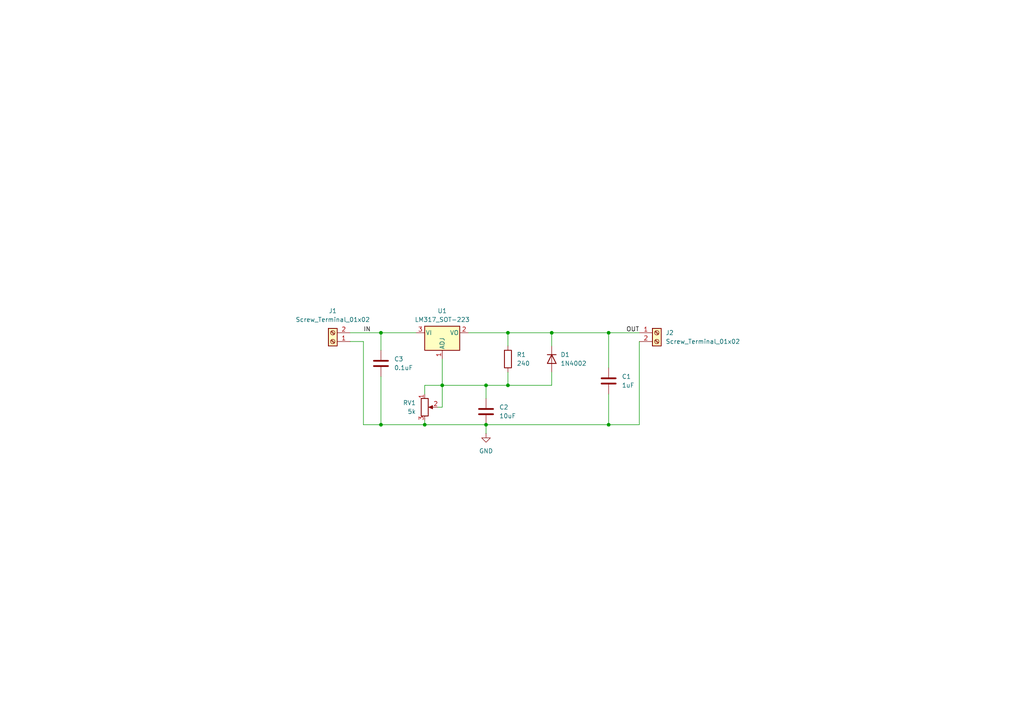
<source format=kicad_sch>
(kicad_sch (version 20250114) (generator "eeschema") (generator_version "9.0")
  (paper "A4")
  (lib_symbols
    (symbol "Connector:Screw_Terminal_01x02" (pin_names (offset 1.016) (hide yes))
      (property "Reference" "J" (at 0 2.54 0))
      (property "Value" "Screw_Terminal_01x02" (at 0 -5.08 0))
      (symbol "Screw_Terminal_01x02_1_1"
        (rectangle (start -1.27 1.27) (end 1.27 -3.81) (stroke (width 0.254)) (fill (type background)))
        (polyline (pts (xy -0.5334 0.3302) (xy 0.3302 -0.508)) (stroke (width 0.1524)))
        (polyline (pts (xy -0.5334 -2.2098) (xy 0.3302 -3.048)) (stroke (width 0.1524)))
        (polyline (pts (xy -0.3556 0.508) (xy 0.508 -0.3302)) (stroke (width 0.1524)))
        (polyline (pts (xy -0.3556 -2.032) (xy 0.508 -2.8702)) (stroke (width 0.1524)))
        (circle (center 0 0) (radius 0.635) (stroke (width 0.1524)))
        (circle (center 0 -2.54) (radius 0.635) (stroke (width 0.1524)))
        (pin passive line (at -5.08 0 0) (length 3.81) (name "Pin_1") (number "1"))
        (pin passive line (at -5.08 -2.54 0) (length 3.81) (name "Pin_2") (number "2"))
      )
    )
    (symbol "Device:C" (pin_numbers (hide yes)) (pin_names (offset 0.254))
      (property "Reference" "C" (at 0.635 2.54 0))
      (property "Value" "C" (at 0.635 -2.54 0))
      (symbol "C_0_1"
        (polyline (pts (xy -2.032 0.762) (xy 2.032 0.762)) (stroke (width 0.508)))
        (polyline (pts (xy -2.032 -0.762) (xy 2.032 -0.762)) (stroke (width 0.508)))
      )
      (symbol "C_1_1"
        (pin passive line (at 0 3.81 270) (length 2.794) (name "~") (number "1"))
        (pin passive line (at 0 -3.81 90) (length 2.794) (name "~") (number "2"))
      )
    )
    (symbol "Device:R" (pin_numbers (hide yes)) (pin_names (offset 0))
      (property "Reference" "R" (at 2.032 0 90))
      (property "Value" "R" (at 0 0 90))
      (symbol "R_0_1"
        (rectangle (start -1.016 -2.54) (end 1.016 2.54) (stroke (width 0.254)))
      )
      (symbol "R_1_1"
        (pin passive line (at 0 3.81 270) (length 1.27) (name "~") (number "1"))
        (pin passive line (at 0 -3.81 90) (length 1.27) (name "~") (number "2"))
      )
    )
    (symbol "Device:R_Potentiometer" (pin_names (offset 1.016) (hide yes))
      (property "Reference" "RV" (at -4.445 0 90))
      (property "Value" "R_Potentiometer" (at -2.54 0 90))
      (symbol "R_Potentiometer_0_1"
        (rectangle (start 1.016 2.54) (end -1.016 -2.54) (stroke (width 0.254)))
        (polyline (pts (xy 1.143 0) (xy 2.286 0.508) (xy 2.286 -0.508) (xy 1.143 0)) (fill (type outline)))
        (polyline (pts (xy 2.54 0) (xy 1.524 0)))
      )
      (symbol "R_Potentiometer_1_1"
        (pin passive line (at 0 3.81 270) (length 1.27) (name "1") (number "1"))
        (pin passive line (at 0 -3.81 90) (length 1.27) (name "3") (number "3"))
        (pin passive line (at 3.81 0 180) (length 1.27) (name "2") (number "2"))
      )
    )
    (symbol "Diode:1N4002" (pin_numbers (hide yes)) (pin_names (hide yes))
      (property "Reference" "D" (at 0 2.54 0))
      (property "Value" "1N4002" (at 0 -2.54 0))
      (symbol "1N4002_0_1"
        (polyline (pts (xy -1.27 1.27) (xy -1.27 -1.27)) (stroke (width 0.254)))
        (polyline (pts (xy 1.27 1.27) (xy 1.27 -1.27) (xy -1.27 0) (xy 1.27 1.27)) (stroke (width 0.254)))
        (polyline (pts (xy 1.27 0) (xy -1.27 0)))
      )
      (symbol "1N4002_1_1"
        (pin passive line (at -3.81 0 0) (length 2.54) (name "K") (number "1"))
        (pin passive line (at 3.81 0 180) (length 2.54) (name "A") (number "2"))
      )
    )
    (symbol "Regulator_Linear:LM317_SOT-223" (pin_names (offset 0.254))
      (property "Reference" "U" (at -3.81 3.175 0))
      (property "Value" "LM317_SOT-223" (at 0 3.175 0))
      (symbol "LM317_SOT-223_0_1"
        (rectangle (start -5.08 1.905) (end 5.08 -5.08) (stroke (width 0.254)) (fill (type background)))
      )
      (symbol "LM317_SOT-223_1_1"
        (pin power_in line (at -7.62 0 0) (length 2.54) (name "VI") (number "3"))
        (pin input line (at 0 -7.62 90) (length 2.54) (name "ADJ") (number "1"))
        (pin power_out line (at 7.62 0 180) (length 2.54) (name "VO") (number "2"))
      )
    )
    (symbol "power:GND" (power) (pin_numbers (hide yes)) (pin_names (offset 0) (hide yes))
      (property "Value" "GND" (at 0 -3.81 0))
      (symbol "GND_0_1"
        (polyline (pts (xy 0 0) (xy 0 -1.27) (xy 1.27 -1.27) (xy 0 -2.54) (xy -1.27 -1.27) (xy 0 -1.27)))
      )
      (symbol "GND_1_1"
        (pin power_in line (at 0 0 270) (length 0) (name "~") (number "1"))
      )
    )
  )
  (junction (at 123.19 123.19))
  (junction (at 147.32 111.76))
  (junction (at 140.97 123.19))
  (junction (at 160.02 96.52))
  (junction (at 147.32 96.52))
  (junction (at 110.49 123.19))
  (junction (at 128.27 111.76))
  (junction (at 176.53 96.52))
  (junction (at 110.49 96.52))
  (junction (at 176.53 123.19))
  (junction (at 140.97 111.76))
  (wire (pts (xy 140.97 125.73) (xy 140.97 123.19)))
  (wire (pts (xy 110.49 109.22) (xy 110.49 123.19)))
  (wire (pts (xy 123.19 111.76) (xy 128.27 111.76)))
  (wire (pts (xy 140.97 111.76) (xy 128.27 111.76)))
  (wire (pts (xy 128.27 111.76) (xy 128.27 104.14)))
  (wire (pts (xy 110.49 96.52) (xy 110.49 101.6)))
  (wire (pts (xy 160.02 111.76) (xy 147.32 111.76)))
  (wire (pts (xy 110.49 96.52) (xy 120.65 96.52)))
  (wire (pts (xy 123.19 111.76) (xy 123.19 114.3)))
  (wire (pts (xy 127 118.11) (xy 128.27 118.11)))
  (wire (pts (xy 110.49 123.19) (xy 123.19 123.19)))
  (wire (pts (xy 123.19 121.92) (xy 123.19 123.19)))
  (wire (pts (xy 128.27 111.76) (xy 128.27 118.11)))
  (wire (pts (xy 147.32 107.95) (xy 147.32 111.76)))
  (wire (pts (xy 160.02 96.52) (xy 176.53 96.52)))
  (wire (pts (xy 123.19 123.19) (xy 140.97 123.19)))
  (wire (pts (xy 140.97 115.57) (xy 140.97 111.76)))
  (wire (pts (xy 185.42 96.52) (xy 176.53 96.52)))
  (wire (pts (xy 101.6 99.06) (xy 105.41 99.06)))
  (wire (pts (xy 176.53 96.52) (xy 176.53 106.68)))
  (wire (pts (xy 101.6 96.52) (xy 110.49 96.52)))
  (wire (pts (xy 105.41 123.19) (xy 110.49 123.19)))
  (wire (pts (xy 176.53 114.3) (xy 176.53 123.19)))
  (wire (pts (xy 176.53 123.19) (xy 140.97 123.19)))
  (wire (pts (xy 185.42 99.06) (xy 185.42 123.19)))
  (wire (pts (xy 147.32 111.76) (xy 140.97 111.76)))
  (wire (pts (xy 160.02 111.76) (xy 160.02 107.95)))
  (wire (pts (xy 147.32 96.52) (xy 160.02 96.52)))
  (wire (pts (xy 135.89 96.52) (xy 147.32 96.52)))
  (wire (pts (xy 160.02 96.52) (xy 160.02 100.33)))
  (wire (pts (xy 105.41 99.06) (xy 105.41 123.19)))
  (wire (pts (xy 185.42 123.19) (xy 176.53 123.19)))
  (wire (pts (xy 147.32 96.52) (xy 147.32 100.33)))
  (label "IN" (at 105.41 96.52 0))
  (label "OUT" (at 181.61 96.52 0))
  (symbol (lib_id "power:GND") (at 140.97 125.73 0) (unit 1)
    (property "Reference" "#PWR01" (effects (hide yes)))
    (property "Value" "GND" (at 140.97 130.81 0))
    (property "Description" "Power symbol creates a global label with name \"GND\" , ground" (effects (hide yes)))
  )
  (symbol (lib_id "Device:R") (at 147.32 104.14 0) (unit 1)
    (property "Reference" "R1" (at 149.86 102.8699 0) (effects (justify left)))
    (property "Value" "240" (at 149.86 105.4099 0) (effects (justify left)))
    (property "Footprint" "Resistor_SMD:R_0805_2012Metric_Pad1.20x1.40mm_HandSolder" (effects (hide yes)))
    (property "Description" "Resistor" (effects (hide yes)))
  )
  (symbol (lib_id "Device:C") (at 110.49 105.41 0) (unit 1)
    (property "Reference" "C3" (at 114.3 104.1399 0) (effects (justify left)))
    (property "Value" "0.1uF" (at 114.3 106.6799 0) (effects (justify left)))
    (property "Footprint" "Capacitor_SMD:C_0805_2012Metric_Pad1.18x1.45mm_HandSolder" (effects (hide yes)))
    (property "Description" "Unpolarized capacitor" (effects (hide yes)))
  )
  (symbol (lib_id "Connector:Screw_Terminal_01x02") (at 96.52 99.06 180) (unit 1)
    (property "Reference" "J1" (at 96.52 90.17 0))
    (property "Value" "Screw_Terminal_01x02" (at 96.52 92.71 0))
    (property "Footprint" "TerminalBlock_4Ucon:TerminalBlock_4Ucon_1x02_P3.50mm_Vertical" (effects (hide yes)))
    (property "Description" "Generic screw terminal, single row, 01x02, script generated (kicad-library-utils/schlib/autogen/connector/)" (effects (hide yes)))
  )
  (symbol (lib_id "Device:C") (at 176.53 110.49 0) (unit 1)
    (property "Reference" "C1" (at 180.34 109.2199 0) (effects (justify left)))
    (property "Value" "1uF" (at 180.34 111.7599 0) (effects (justify left)))
    (property "Footprint" "Capacitor_SMD:C_0805_2012Metric_Pad1.18x1.45mm_HandSolder" (effects (hide yes)))
    (property "Description" "Unpolarized capacitor" (effects (hide yes)))
  )
  (symbol (lib_id "Regulator_Linear:LM317_SOT-223") (at 128.27 96.52 0) (unit 1)
    (property "Reference" "U1" (at 128.27 90.17 0))
    (property "Value" "LM317_SOT-223" (at 128.27 92.71 0))
    (property "Footprint" "Package_TO_SOT_SMD:SOT-223-3_TabPin2" (effects (hide yes)))
    (property "Datasheet" "http://www.ti.com/lit/ds/symlink/lm317.pdf" (effects (hide yes)))
    (property "Description" "1.5A 35V Adjustable Linear Regulator, SOT-223" (effects (hide yes)))
  )
  (symbol (lib_id "Diode:1N4002") (at 160.02 104.14 270) (unit 1)
    (property "Reference" "D1" (at 162.56 102.8699 90) (effects (justify left)))
    (property "Value" "1N4002" (at 162.56 105.4099 90) (effects (justify left)))
    (property "Footprint" "Diode_THT:D_DO-41_SOD81_P10.16mm_Horizontal" (effects (hide yes)))
    (property "Datasheet" "http://www.vishay.com/docs/88503/1n4001.pdf" (effects (hide yes)))
    (property "Description" "100V 1A General Purpose Rectifier Diode, DO-41" (effects (hide yes)))
    (property "Sim.Device" "D" (effects (hide yes)))
    (property "Sim.Pins" "1=K 2=A" (effects (hide yes)))
  )
  (symbol (lib_id "Connector:Screw_Terminal_01x02") (at 190.5 96.52 0) (unit 1)
    (property "Reference" "J2" (at 193.04 96.5199 0) (effects (justify left)))
    (property "Value" "Screw_Terminal_01x02" (at 193.04 99.0599 0) (effects (justify left)))
    (property "Footprint" "TerminalBlock_4Ucon:TerminalBlock_4Ucon_1x02_P3.50mm_Vertical" (effects (hide yes)))
    (property "Description" "Generic screw terminal, single row, 01x02, script generated (kicad-library-utils/schlib/autogen/connector/)" (effects (hide yes)))
  )
  (symbol (lib_id "Device:R_Potentiometer") (at 123.19 118.11 0) (unit 1)
    (property "Reference" "RV1" (at 120.65 116.8399 0) (effects (justify right)))
    (property "Value" "5k" (at 120.65 119.3799 0) (effects (justify right)))
    (property "Footprint" "Potentiometer_THT:Potentiometer_ACP_CA6-H2,5_Horizontal" (effects (hide yes)))
    (property "Description" "Potentiometer" (effects (hide yes)))
  )
  (symbol (lib_id "Device:C") (at 140.97 119.38 0) (unit 1)
    (property "Reference" "C2" (at 144.78 118.1099 0) (effects (justify left)))
    (property "Value" "10uF" (at 144.78 120.6499 0) (effects (justify left)))
    (property "Footprint" "Capacitor_SMD:C_0805_2012Metric_Pad1.18x1.45mm_HandSolder" (effects (hide yes)))
    (property "Description" "Unpolarized capacitor" (effects (hide yes)))
  )
)
</source>
